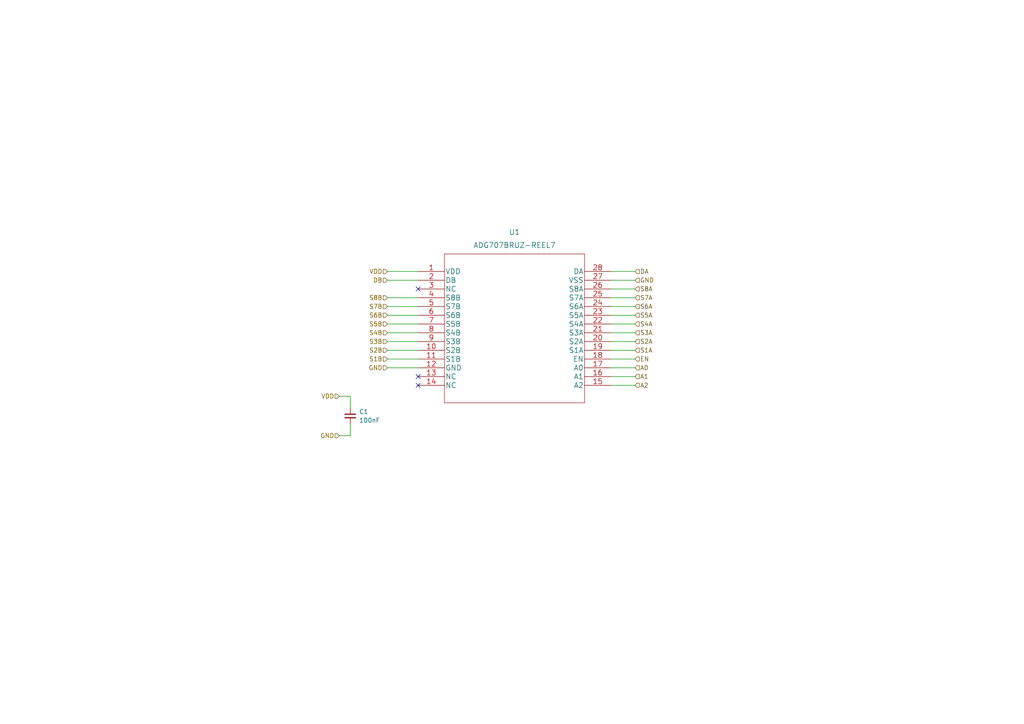
<source format=kicad_sch>
(kicad_sch (version 20211123) (generator eeschema)

  (uuid 1895faed-13c7-4877-930c-ef39a1d7419c)

  (paper "A4")

  (lib_symbols
    (symbol "Device:C_Small" (pin_numbers hide) (pin_names (offset 0.254) hide) (in_bom yes) (on_board yes)
      (property "Reference" "C" (id 0) (at 0.254 1.778 0)
        (effects (font (size 1.27 1.27)) (justify left))
      )
      (property "Value" "C_Small" (id 1) (at 0.254 -2.032 0)
        (effects (font (size 1.27 1.27)) (justify left))
      )
      (property "Footprint" "" (id 2) (at 0 0 0)
        (effects (font (size 1.27 1.27)) hide)
      )
      (property "Datasheet" "~" (id 3) (at 0 0 0)
        (effects (font (size 1.27 1.27)) hide)
      )
      (property "ki_keywords" "capacitor cap" (id 4) (at 0 0 0)
        (effects (font (size 1.27 1.27)) hide)
      )
      (property "ki_description" "Unpolarized capacitor, small symbol" (id 5) (at 0 0 0)
        (effects (font (size 1.27 1.27)) hide)
      )
      (property "ki_fp_filters" "C_*" (id 6) (at 0 0 0)
        (effects (font (size 1.27 1.27)) hide)
      )
      (symbol "C_Small_0_1"
        (polyline
          (pts
            (xy -1.524 -0.508)
            (xy 1.524 -0.508)
          )
          (stroke (width 0.3302) (type default) (color 0 0 0 0))
          (fill (type none))
        )
        (polyline
          (pts
            (xy -1.524 0.508)
            (xy 1.524 0.508)
          )
          (stroke (width 0.3048) (type default) (color 0 0 0 0))
          (fill (type none))
        )
      )
      (symbol "C_Small_1_1"
        (pin passive line (at 0 2.54 270) (length 2.032)
          (name "~" (effects (font (size 1.27 1.27))))
          (number "1" (effects (font (size 1.27 1.27))))
        )
        (pin passive line (at 0 -2.54 90) (length 2.032)
          (name "~" (effects (font (size 1.27 1.27))))
          (number "2" (effects (font (size 1.27 1.27))))
        )
      )
    )
    (symbol "b109:ADG707BRUZ-REEL7" (pin_names (offset 0.254)) (in_bom yes) (on_board yes)
      (property "Reference" "U" (id 0) (at 27.94 10.16 0)
        (effects (font (size 1.524 1.524)))
      )
      (property "Value" "ADG707BRUZ-REEL7" (id 1) (at 27.94 7.62 0)
        (effects (font (size 1.524 1.524)))
      )
      (property "Footprint" "RU_28_ADI" (id 2) (at 27.94 6.096 0)
        (effects (font (size 1.524 1.524)) hide)
      )
      (property "Datasheet" "" (id 3) (at 0 0 0)
        (effects (font (size 1.524 1.524)))
      )
      (property "ki_locked" "" (id 4) (at 0 0 0)
        (effects (font (size 1.27 1.27)))
      )
      (property "ki_fp_filters" "RU_28_ADI RU_28_ADI-M RU_28_ADI-L" (id 5) (at 0 0 0)
        (effects (font (size 1.27 1.27)) hide)
      )
      (symbol "ADG707BRUZ-REEL7_1_1"
        (polyline
          (pts
            (xy 7.62 -38.1)
            (xy 48.26 -38.1)
          )
          (stroke (width 0.127) (type default) (color 0 0 0 0))
          (fill (type none))
        )
        (polyline
          (pts
            (xy 7.62 5.08)
            (xy 7.62 -38.1)
          )
          (stroke (width 0.127) (type default) (color 0 0 0 0))
          (fill (type none))
        )
        (polyline
          (pts
            (xy 48.26 -38.1)
            (xy 48.26 5.08)
          )
          (stroke (width 0.127) (type default) (color 0 0 0 0))
          (fill (type none))
        )
        (polyline
          (pts
            (xy 48.26 5.08)
            (xy 7.62 5.08)
          )
          (stroke (width 0.127) (type default) (color 0 0 0 0))
          (fill (type none))
        )
        (pin power_in line (at 0 0 0) (length 7.62)
          (name "VDD" (effects (font (size 1.4986 1.4986))))
          (number "1" (effects (font (size 1.4986 1.4986))))
        )
        (pin unspecified line (at 0 -22.86 0) (length 7.62)
          (name "S2B" (effects (font (size 1.4986 1.4986))))
          (number "10" (effects (font (size 1.4986 1.4986))))
        )
        (pin unspecified line (at 0 -25.4 0) (length 7.62)
          (name "S1B" (effects (font (size 1.4986 1.4986))))
          (number "11" (effects (font (size 1.4986 1.4986))))
        )
        (pin unspecified line (at 0 -27.94 0) (length 7.62)
          (name "GND" (effects (font (size 1.4986 1.4986))))
          (number "12" (effects (font (size 1.4986 1.4986))))
        )
        (pin unspecified line (at 0 -30.48 0) (length 7.62)
          (name "NC" (effects (font (size 1.4986 1.4986))))
          (number "13" (effects (font (size 1.4986 1.4986))))
        )
        (pin unspecified line (at 0 -33.02 0) (length 7.62)
          (name "NC" (effects (font (size 1.4986 1.4986))))
          (number "14" (effects (font (size 1.4986 1.4986))))
        )
        (pin unspecified line (at 55.88 -33.02 180) (length 7.62)
          (name "A2" (effects (font (size 1.4986 1.4986))))
          (number "15" (effects (font (size 1.4986 1.4986))))
        )
        (pin unspecified line (at 55.88 -30.48 180) (length 7.62)
          (name "A1" (effects (font (size 1.4986 1.4986))))
          (number "16" (effects (font (size 1.4986 1.4986))))
        )
        (pin unspecified line (at 55.88 -27.94 180) (length 7.62)
          (name "A0" (effects (font (size 1.4986 1.4986))))
          (number "17" (effects (font (size 1.4986 1.4986))))
        )
        (pin unspecified line (at 55.88 -25.4 180) (length 7.62)
          (name "EN" (effects (font (size 1.4986 1.4986))))
          (number "18" (effects (font (size 1.4986 1.4986))))
        )
        (pin unspecified line (at 55.88 -22.86 180) (length 7.62)
          (name "S1A" (effects (font (size 1.4986 1.4986))))
          (number "19" (effects (font (size 1.4986 1.4986))))
        )
        (pin unspecified line (at 0 -2.54 0) (length 7.62)
          (name "DB" (effects (font (size 1.4986 1.4986))))
          (number "2" (effects (font (size 1.4986 1.4986))))
        )
        (pin unspecified line (at 55.88 -20.32 180) (length 7.62)
          (name "S2A" (effects (font (size 1.4986 1.4986))))
          (number "20" (effects (font (size 1.4986 1.4986))))
        )
        (pin unspecified line (at 55.88 -17.78 180) (length 7.62)
          (name "S3A" (effects (font (size 1.4986 1.4986))))
          (number "21" (effects (font (size 1.4986 1.4986))))
        )
        (pin unspecified line (at 55.88 -15.24 180) (length 7.62)
          (name "S4A" (effects (font (size 1.4986 1.4986))))
          (number "22" (effects (font (size 1.4986 1.4986))))
        )
        (pin unspecified line (at 55.88 -12.7 180) (length 7.62)
          (name "S5A" (effects (font (size 1.4986 1.4986))))
          (number "23" (effects (font (size 1.4986 1.4986))))
        )
        (pin unspecified line (at 55.88 -10.16 180) (length 7.62)
          (name "S6A" (effects (font (size 1.4986 1.4986))))
          (number "24" (effects (font (size 1.4986 1.4986))))
        )
        (pin unspecified line (at 55.88 -7.62 180) (length 7.62)
          (name "S7A" (effects (font (size 1.4986 1.4986))))
          (number "25" (effects (font (size 1.4986 1.4986))))
        )
        (pin unspecified line (at 55.88 -5.08 180) (length 7.62)
          (name "S8A" (effects (font (size 1.4986 1.4986))))
          (number "26" (effects (font (size 1.4986 1.4986))))
        )
        (pin power_in line (at 55.88 -2.54 180) (length 7.62)
          (name "VSS" (effects (font (size 1.4986 1.4986))))
          (number "27" (effects (font (size 1.4986 1.4986))))
        )
        (pin unspecified line (at 55.88 0 180) (length 7.62)
          (name "DA" (effects (font (size 1.4986 1.4986))))
          (number "28" (effects (font (size 1.4986 1.4986))))
        )
        (pin unspecified line (at 0 -5.08 0) (length 7.62)
          (name "NC" (effects (font (size 1.4986 1.4986))))
          (number "3" (effects (font (size 1.4986 1.4986))))
        )
        (pin unspecified line (at 0 -7.62 0) (length 7.62)
          (name "S8B" (effects (font (size 1.4986 1.4986))))
          (number "4" (effects (font (size 1.4986 1.4986))))
        )
        (pin unspecified line (at 0 -10.16 0) (length 7.62)
          (name "S7B" (effects (font (size 1.4986 1.4986))))
          (number "5" (effects (font (size 1.4986 1.4986))))
        )
        (pin unspecified line (at 0 -12.7 0) (length 7.62)
          (name "S6B" (effects (font (size 1.4986 1.4986))))
          (number "6" (effects (font (size 1.4986 1.4986))))
        )
        (pin unspecified line (at 0 -15.24 0) (length 7.62)
          (name "S5B" (effects (font (size 1.4986 1.4986))))
          (number "7" (effects (font (size 1.4986 1.4986))))
        )
        (pin unspecified line (at 0 -17.78 0) (length 7.62)
          (name "S4B" (effects (font (size 1.4986 1.4986))))
          (number "8" (effects (font (size 1.4986 1.4986))))
        )
        (pin unspecified line (at 0 -20.32 0) (length 7.62)
          (name "S3B" (effects (font (size 1.4986 1.4986))))
          (number "9" (effects (font (size 1.4986 1.4986))))
        )
      )
    )
  )


  (no_connect (at 121.285 111.76) (uuid 5dae6691-eb5c-4375-974c-127bd15ddc37))
  (no_connect (at 121.285 109.22) (uuid 5dae6691-eb5c-4375-974c-127bd15ddc37))
  (no_connect (at 121.285 83.82) (uuid f81c7aae-24a7-48dc-9fcb-51298cae1359))

  (wire (pts (xy 177.165 101.6) (xy 184.15 101.6))
    (stroke (width 0) (type default) (color 0 0 0 0))
    (uuid 024dd407-da2e-4f52-8521-63a48207bf76)
  )
  (wire (pts (xy 177.165 104.14) (xy 184.15 104.14))
    (stroke (width 0) (type default) (color 0 0 0 0))
    (uuid 08330b1e-62a0-411c-9fe2-8418542a8326)
  )
  (wire (pts (xy 112.395 106.68) (xy 121.285 106.68))
    (stroke (width 0) (type default) (color 0 0 0 0))
    (uuid 102c343c-8cdf-41eb-a5c6-9f08cd4b8769)
  )
  (wire (pts (xy 177.165 81.28) (xy 184.15 81.28))
    (stroke (width 0) (type default) (color 0 0 0 0))
    (uuid 103e6036-6a31-4206-a236-a0c4cc645a75)
  )
  (wire (pts (xy 101.6 114.935) (xy 101.6 118.11))
    (stroke (width 0) (type default) (color 0 0 0 0))
    (uuid 1c753409-7a91-49eb-a8ed-99592c85aa5f)
  )
  (wire (pts (xy 112.395 104.14) (xy 121.285 104.14))
    (stroke (width 0) (type default) (color 0 0 0 0))
    (uuid 25603550-2f9c-4806-b8ae-bb38ec1dda24)
  )
  (wire (pts (xy 112.395 86.36) (xy 121.285 86.36))
    (stroke (width 0) (type default) (color 0 0 0 0))
    (uuid 3004e2b2-56ba-4c8d-9e89-4755ec068567)
  )
  (wire (pts (xy 177.165 93.98) (xy 184.15 93.98))
    (stroke (width 0) (type default) (color 0 0 0 0))
    (uuid 3c0f6611-1244-4547-ac1b-dca0de68838c)
  )
  (wire (pts (xy 177.165 111.76) (xy 184.15 111.76))
    (stroke (width 0) (type default) (color 0 0 0 0))
    (uuid 402149ca-7ba6-4234-b1c8-095dea93ba92)
  )
  (wire (pts (xy 112.395 78.74) (xy 121.285 78.74))
    (stroke (width 0) (type default) (color 0 0 0 0))
    (uuid 57f24eb1-a458-4aef-833c-0cd4d43c08d4)
  )
  (wire (pts (xy 177.165 83.82) (xy 184.15 83.82))
    (stroke (width 0) (type default) (color 0 0 0 0))
    (uuid 58c8b923-9d0e-4877-8b16-2e64800244c7)
  )
  (wire (pts (xy 177.165 86.36) (xy 184.15 86.36))
    (stroke (width 0) (type default) (color 0 0 0 0))
    (uuid 59aebdc9-7249-4fed-a7f3-95bf7c2818f9)
  )
  (wire (pts (xy 177.165 106.68) (xy 184.15 106.68))
    (stroke (width 0) (type default) (color 0 0 0 0))
    (uuid 6538ff2c-4d8c-4b24-b73c-af1b7fcfdb97)
  )
  (wire (pts (xy 177.165 88.9) (xy 184.15 88.9))
    (stroke (width 0) (type default) (color 0 0 0 0))
    (uuid 660051a7-d097-488b-a3e5-4ba72116a6c0)
  )
  (wire (pts (xy 177.165 78.74) (xy 184.15 78.74))
    (stroke (width 0) (type default) (color 0 0 0 0))
    (uuid 6a0cebd1-e6f2-4bc1-9972-1beca21c9ffd)
  )
  (wire (pts (xy 177.165 91.44) (xy 184.15 91.44))
    (stroke (width 0) (type default) (color 0 0 0 0))
    (uuid 85da5059-3a55-4b70-b439-dbd375544348)
  )
  (wire (pts (xy 98.425 126.365) (xy 101.6 126.365))
    (stroke (width 0) (type default) (color 0 0 0 0))
    (uuid 87ab3939-b47c-46e4-9b51-ac512bf71041)
  )
  (wire (pts (xy 177.165 99.06) (xy 184.15 99.06))
    (stroke (width 0) (type default) (color 0 0 0 0))
    (uuid 8a1ffd7e-6a5e-4c98-a886-475253782dbc)
  )
  (wire (pts (xy 101.6 126.365) (xy 101.6 123.19))
    (stroke (width 0) (type default) (color 0 0 0 0))
    (uuid 994b266f-151f-4c0f-a542-9393008f2715)
  )
  (wire (pts (xy 177.165 96.52) (xy 184.15 96.52))
    (stroke (width 0) (type default) (color 0 0 0 0))
    (uuid 9a2d0af4-8f47-4c02-b0bf-5556089b34b6)
  )
  (wire (pts (xy 112.395 88.9) (xy 121.285 88.9))
    (stroke (width 0) (type default) (color 0 0 0 0))
    (uuid 9e6b57d1-6210-467a-9a24-44717939e0e5)
  )
  (wire (pts (xy 112.395 91.44) (xy 121.285 91.44))
    (stroke (width 0) (type default) (color 0 0 0 0))
    (uuid a452ad7f-441c-4be7-b816-b7518c772d29)
  )
  (wire (pts (xy 112.395 99.06) (xy 121.285 99.06))
    (stroke (width 0) (type default) (color 0 0 0 0))
    (uuid c49e14e8-3006-4bd1-9fea-ee2b698caa1a)
  )
  (wire (pts (xy 112.395 96.52) (xy 121.285 96.52))
    (stroke (width 0) (type default) (color 0 0 0 0))
    (uuid cabf2705-f4d1-4afc-acba-192fdd66ba98)
  )
  (wire (pts (xy 112.395 81.28) (xy 121.285 81.28))
    (stroke (width 0) (type default) (color 0 0 0 0))
    (uuid cb7398d3-1963-437c-92d4-77bd11718bad)
  )
  (wire (pts (xy 112.395 101.6) (xy 121.285 101.6))
    (stroke (width 0) (type default) (color 0 0 0 0))
    (uuid d053115e-c497-4bb7-b49a-c354788a9e69)
  )
  (wire (pts (xy 98.425 114.935) (xy 101.6 114.935))
    (stroke (width 0) (type default) (color 0 0 0 0))
    (uuid d33c7d40-805b-4d7d-abbd-c1d20bb69e73)
  )
  (wire (pts (xy 112.395 93.98) (xy 121.285 93.98))
    (stroke (width 0) (type default) (color 0 0 0 0))
    (uuid de010d2e-801f-4fa8-8e9e-52c42fa257a3)
  )
  (wire (pts (xy 177.165 109.22) (xy 184.15 109.22))
    (stroke (width 0) (type default) (color 0 0 0 0))
    (uuid f82105e9-9750-4d96-aa77-954c10c3b16e)
  )

  (hierarchical_label "DB" (shape input) (at 112.395 81.28 180)
    (effects (font (size 1.27 1.27)) (justify right))
    (uuid 1841ca07-62fa-41c4-aad7-3c60f1ff96b9)
  )
  (hierarchical_label "S6B" (shape input) (at 112.395 91.44 180)
    (effects (font (size 1.27 1.27)) (justify right))
    (uuid 238278ab-ef5f-408e-8b3f-4a697f689829)
  )
  (hierarchical_label "S2B" (shape input) (at 112.395 101.6 180)
    (effects (font (size 1.27 1.27)) (justify right))
    (uuid 267975a6-8dcb-41f3-a569-ed5e6aec3f30)
  )
  (hierarchical_label "A2" (shape input) (at 184.15 111.76 0)
    (effects (font (size 1.27 1.27)) (justify left))
    (uuid 27423b64-6b95-4145-9994-3aff9537afc8)
  )
  (hierarchical_label "GND" (shape input) (at 184.15 81.28 0)
    (effects (font (size 1.27 1.27)) (justify left))
    (uuid 3a157695-9c71-4123-9d47-e9f157bde643)
  )
  (hierarchical_label "DA" (shape input) (at 184.15 78.74 0)
    (effects (font (size 1.27 1.27)) (justify left))
    (uuid 3a5e17f2-73bb-41d1-ba8d-f8626fa6a92a)
  )
  (hierarchical_label "S3B" (shape input) (at 112.395 99.06 180)
    (effects (font (size 1.27 1.27)) (justify right))
    (uuid 4917e1a7-1a28-4a2e-a611-38ef06089699)
  )
  (hierarchical_label "S4A" (shape input) (at 184.15 93.98 0)
    (effects (font (size 1.27 1.27)) (justify left))
    (uuid 4dbd5b44-4559-48c6-ae24-0460fab1286f)
  )
  (hierarchical_label "S1B" (shape input) (at 112.395 104.14 180)
    (effects (font (size 1.27 1.27)) (justify right))
    (uuid 4ea883b4-006c-43bd-a848-8564cef35896)
  )
  (hierarchical_label "S4B" (shape input) (at 112.395 96.52 180)
    (effects (font (size 1.27 1.27)) (justify right))
    (uuid 533709bd-0177-457c-b022-f1694a0cef69)
  )
  (hierarchical_label "S7A" (shape input) (at 184.15 86.36 0)
    (effects (font (size 1.27 1.27)) (justify left))
    (uuid 5fb31b44-7736-4300-acb3-a89ee44a1645)
  )
  (hierarchical_label "A0" (shape input) (at 184.15 106.68 0)
    (effects (font (size 1.27 1.27)) (justify left))
    (uuid 73fe05c3-471b-44ef-a121-6a8f2b713772)
  )
  (hierarchical_label "EN" (shape input) (at 184.15 104.14 0)
    (effects (font (size 1.27 1.27)) (justify left))
    (uuid 750d399a-b853-43aa-8aef-30809044f67d)
  )
  (hierarchical_label "S8A" (shape input) (at 184.15 83.82 0)
    (effects (font (size 1.27 1.27)) (justify left))
    (uuid 7e905407-a633-496b-9147-43732b9b086d)
  )
  (hierarchical_label "S5A" (shape input) (at 184.15 91.44 0)
    (effects (font (size 1.27 1.27)) (justify left))
    (uuid 8a41ac1b-54f7-4b78-b1db-0563b2a50dc0)
  )
  (hierarchical_label "S2A" (shape input) (at 184.15 99.06 0)
    (effects (font (size 1.27 1.27)) (justify left))
    (uuid 8bbcb394-0152-445f-9dae-b0d0aa35c70b)
  )
  (hierarchical_label "S7B" (shape input) (at 112.395 88.9 180)
    (effects (font (size 1.27 1.27)) (justify right))
    (uuid 966022e0-e499-4bfa-b525-f223349a6bfc)
  )
  (hierarchical_label "VDD" (shape input) (at 112.395 78.74 180)
    (effects (font (size 1.27 1.27)) (justify right))
    (uuid af1740d6-d098-4345-86d9-3b989f5bb9a7)
  )
  (hierarchical_label "A1" (shape input) (at 184.15 109.22 0)
    (effects (font (size 1.27 1.27)) (justify left))
    (uuid b7c0b022-425e-4dea-aa0c-eb9d0c466307)
  )
  (hierarchical_label "S8B" (shape input) (at 112.395 86.36 180)
    (effects (font (size 1.27 1.27)) (justify right))
    (uuid c20938b0-708c-4063-aae0-fdd5f935399a)
  )
  (hierarchical_label "VDD" (shape input) (at 98.425 114.935 180)
    (effects (font (size 1.27 1.27)) (justify right))
    (uuid caeacee4-0205-408f-b508-b74ae597b439)
  )
  (hierarchical_label "GND" (shape input) (at 98.425 126.365 180)
    (effects (font (size 1.27 1.27)) (justify right))
    (uuid d1d3f6ab-934b-4fcd-912b-c64c376a6649)
  )
  (hierarchical_label "S6A" (shape input) (at 184.15 88.9 0)
    (effects (font (size 1.27 1.27)) (justify left))
    (uuid e0b9e679-7da6-4249-89f2-2f5ea05e2d22)
  )
  (hierarchical_label "S3A" (shape input) (at 184.15 96.52 0)
    (effects (font (size 1.27 1.27)) (justify left))
    (uuid e3144eac-4c3b-4f81-ab0e-848fcc63fc13)
  )
  (hierarchical_label "S1A" (shape input) (at 184.15 101.6 0)
    (effects (font (size 1.27 1.27)) (justify left))
    (uuid ea346d94-656d-49c5-a7c7-14bb1d0d91a6)
  )
  (hierarchical_label "S5B" (shape input) (at 112.395 93.98 180)
    (effects (font (size 1.27 1.27)) (justify right))
    (uuid ebb1d0a4-411f-442e-998a-4ed31b59030b)
  )
  (hierarchical_label "GND" (shape input) (at 112.395 106.68 180)
    (effects (font (size 1.27 1.27)) (justify right))
    (uuid ee11270b-b0cf-4b33-a4b2-febfa993b71f)
  )

  (symbol (lib_id "Device:C_Small") (at 101.6 120.65 0) (unit 1)
    (in_bom yes) (on_board yes) (fields_autoplaced)
    (uuid 43076a36-299f-43fb-9063-3b4b8b79ebef)
    (property "Reference" "C1" (id 0) (at 104.14 119.3862 0)
      (effects (font (size 1.27 1.27)) (justify left))
    )
    (property "Value" "100nF" (id 1) (at 104.14 121.9262 0)
      (effects (font (size 1.27 1.27)) (justify left))
    )
    (property "Footprint" "Capacitor_SMD:C_0603_1608Metric" (id 2) (at 101.6 120.65 0)
      (effects (font (size 1.27 1.27)) hide)
    )
    (property "Datasheet" "~" (id 3) (at 101.6 120.65 0)
      (effects (font (size 1.27 1.27)) hide)
    )
    (pin "1" (uuid 028c7f84-bbda-44b0-b31f-d576aad4b1cd))
    (pin "2" (uuid d93b158a-dd38-4a4e-b212-a16abb3935d1))
  )

  (symbol (lib_id "b109:ADG707BRUZ-REEL7") (at 121.285 78.74 0) (unit 1)
    (in_bom yes) (on_board yes) (fields_autoplaced)
    (uuid e86b8de3-3b82-487d-8483-15b38deac995)
    (property "Reference" "U1" (id 0) (at 149.225 67.31 0)
      (effects (font (size 1.524 1.524)))
    )
    (property "Value" "ADG707BRUZ-REEL7" (id 1) (at 149.225 71.12 0)
      (effects (font (size 1.524 1.524)))
    )
    (property "Footprint" "b109:ADG707BRUZ-REEL7" (id 2) (at 149.225 72.644 0)
      (effects (font (size 1.524 1.524)) hide)
    )
    (property "Datasheet" "" (id 3) (at 121.285 78.74 0)
      (effects (font (size 1.524 1.524)))
    )
    (pin "1" (uuid 495f357d-ec2f-49a2-b1bb-5f69624a1203))
    (pin "10" (uuid 67230602-b013-4265-b14b-9e0b51cf398f))
    (pin "11" (uuid b7f7649d-0ed8-4e5f-a608-94834d3c6245))
    (pin "12" (uuid 130f6750-137a-4b55-a379-90405802b3eb))
    (pin "13" (uuid 5749ee7a-ff15-492f-bd12-7aa40b9b9607))
    (pin "14" (uuid 86074f6b-1ddf-456c-aa4c-2a194ed3e4a9))
    (pin "15" (uuid b8f15b61-2dff-477e-85dd-406b794cf400))
    (pin "16" (uuid 1016610e-6863-4b53-8efb-9def349b902d))
    (pin "17" (uuid d0a2ab3c-e6e5-4067-983c-f52459dd6007))
    (pin "18" (uuid 5027caaa-e696-42e7-9b04-71737cf32cf0))
    (pin "19" (uuid d3becca0-9f57-40d0-b0c8-ab717bf82de4))
    (pin "2" (uuid 0fbcc0f9-55f7-4434-a830-ce4d47354dbf))
    (pin "20" (uuid 7af4f54c-43ce-44f0-b9d8-5f4650529de0))
    (pin "21" (uuid 07812a07-4b3d-4ee1-8038-7b24cb58e07d))
    (pin "22" (uuid 375f1401-fb4d-4fd8-8f1e-2007799a4931))
    (pin "23" (uuid 5b873486-3655-4573-a920-6253a55787f0))
    (pin "24" (uuid bc9b7f67-eb2d-4dce-94a5-caa27483ad71))
    (pin "25" (uuid 1d2b6a75-b2f1-4a38-9f27-3d19dad85d33))
    (pin "26" (uuid a65368a0-fe46-4344-9a63-a9987ee03226))
    (pin "27" (uuid 287062cb-43b6-4756-b51c-b3c819c8cb1e))
    (pin "28" (uuid 867bb0a1-1cdb-48ec-8648-94b25faea00d))
    (pin "3" (uuid cd7e9314-3993-49f8-87e9-ed5a12ca1cf8))
    (pin "4" (uuid 9f04ce84-4b6c-4690-81b6-681d69e2c5fa))
    (pin "5" (uuid b0c3e469-2ed1-4230-a243-d161b8773e2b))
    (pin "6" (uuid 1729d880-46a2-443d-a141-57dc7f215779))
    (pin "7" (uuid 3d3a2f4f-8469-47aa-a134-1c70f02d420d))
    (pin "8" (uuid 735e14c1-4932-418e-9bae-312cb2046842))
    (pin "9" (uuid cc6f81f3-2ce0-46a7-b5d1-6550f25f84b4))
  )
)

</source>
